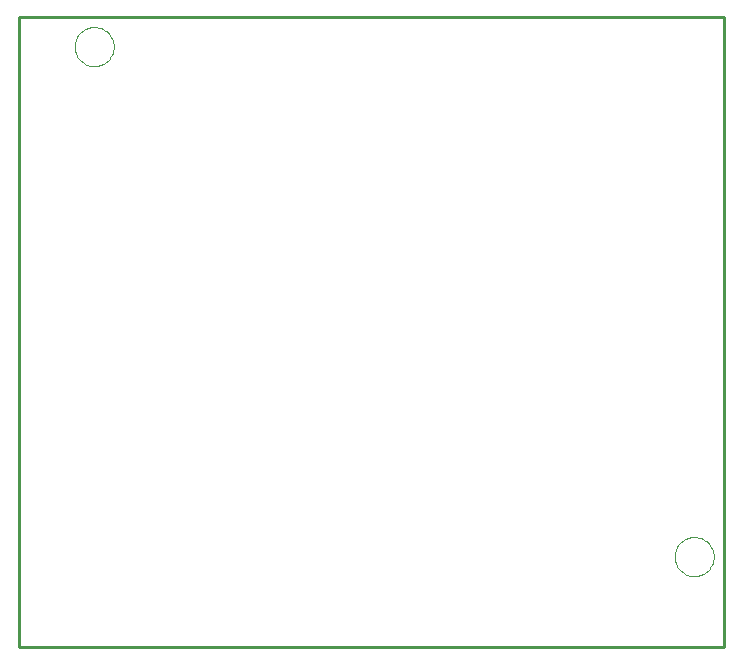
<source format=gbo>
G75*
G70*
%OFA0B0*%
%FSLAX24Y24*%
%IPPOS*%
%LPD*%
%AMOC8*
5,1,8,0,0,1.08239X$1,22.5*
%
%ADD10C,0.0100*%
%ADD11C,0.0000*%
D10*
X006259Y000161D02*
X006259Y021157D01*
X029754Y021157D01*
X029754Y000161D01*
X006259Y000161D01*
D11*
X028109Y003161D02*
X028111Y003211D01*
X028117Y003261D01*
X028127Y003311D01*
X028140Y003359D01*
X028157Y003407D01*
X028178Y003453D01*
X028202Y003497D01*
X028230Y003539D01*
X028261Y003579D01*
X028295Y003616D01*
X028332Y003651D01*
X028371Y003682D01*
X028412Y003711D01*
X028456Y003736D01*
X028502Y003758D01*
X028549Y003776D01*
X028597Y003790D01*
X028646Y003801D01*
X028696Y003808D01*
X028746Y003811D01*
X028797Y003810D01*
X028847Y003805D01*
X028897Y003796D01*
X028945Y003784D01*
X028993Y003767D01*
X029039Y003747D01*
X029084Y003724D01*
X029127Y003697D01*
X029167Y003667D01*
X029205Y003634D01*
X029240Y003598D01*
X029273Y003559D01*
X029302Y003518D01*
X029328Y003475D01*
X029351Y003430D01*
X029370Y003383D01*
X029385Y003335D01*
X029397Y003286D01*
X029405Y003236D01*
X029409Y003186D01*
X029409Y003136D01*
X029405Y003086D01*
X029397Y003036D01*
X029385Y002987D01*
X029370Y002939D01*
X029351Y002892D01*
X029328Y002847D01*
X029302Y002804D01*
X029273Y002763D01*
X029240Y002724D01*
X029205Y002688D01*
X029167Y002655D01*
X029127Y002625D01*
X029084Y002598D01*
X029039Y002575D01*
X028993Y002555D01*
X028945Y002538D01*
X028897Y002526D01*
X028847Y002517D01*
X028797Y002512D01*
X028746Y002511D01*
X028696Y002514D01*
X028646Y002521D01*
X028597Y002532D01*
X028549Y002546D01*
X028502Y002564D01*
X028456Y002586D01*
X028412Y002611D01*
X028371Y002640D01*
X028332Y002671D01*
X028295Y002706D01*
X028261Y002743D01*
X028230Y002783D01*
X028202Y002825D01*
X028178Y002869D01*
X028157Y002915D01*
X028140Y002963D01*
X028127Y003011D01*
X028117Y003061D01*
X028111Y003111D01*
X028109Y003161D01*
X008109Y020161D02*
X008111Y020211D01*
X008117Y020261D01*
X008127Y020311D01*
X008140Y020359D01*
X008157Y020407D01*
X008178Y020453D01*
X008202Y020497D01*
X008230Y020539D01*
X008261Y020579D01*
X008295Y020616D01*
X008332Y020651D01*
X008371Y020682D01*
X008412Y020711D01*
X008456Y020736D01*
X008502Y020758D01*
X008549Y020776D01*
X008597Y020790D01*
X008646Y020801D01*
X008696Y020808D01*
X008746Y020811D01*
X008797Y020810D01*
X008847Y020805D01*
X008897Y020796D01*
X008945Y020784D01*
X008993Y020767D01*
X009039Y020747D01*
X009084Y020724D01*
X009127Y020697D01*
X009167Y020667D01*
X009205Y020634D01*
X009240Y020598D01*
X009273Y020559D01*
X009302Y020518D01*
X009328Y020475D01*
X009351Y020430D01*
X009370Y020383D01*
X009385Y020335D01*
X009397Y020286D01*
X009405Y020236D01*
X009409Y020186D01*
X009409Y020136D01*
X009405Y020086D01*
X009397Y020036D01*
X009385Y019987D01*
X009370Y019939D01*
X009351Y019892D01*
X009328Y019847D01*
X009302Y019804D01*
X009273Y019763D01*
X009240Y019724D01*
X009205Y019688D01*
X009167Y019655D01*
X009127Y019625D01*
X009084Y019598D01*
X009039Y019575D01*
X008993Y019555D01*
X008945Y019538D01*
X008897Y019526D01*
X008847Y019517D01*
X008797Y019512D01*
X008746Y019511D01*
X008696Y019514D01*
X008646Y019521D01*
X008597Y019532D01*
X008549Y019546D01*
X008502Y019564D01*
X008456Y019586D01*
X008412Y019611D01*
X008371Y019640D01*
X008332Y019671D01*
X008295Y019706D01*
X008261Y019743D01*
X008230Y019783D01*
X008202Y019825D01*
X008178Y019869D01*
X008157Y019915D01*
X008140Y019963D01*
X008127Y020011D01*
X008117Y020061D01*
X008111Y020111D01*
X008109Y020161D01*
M02*

</source>
